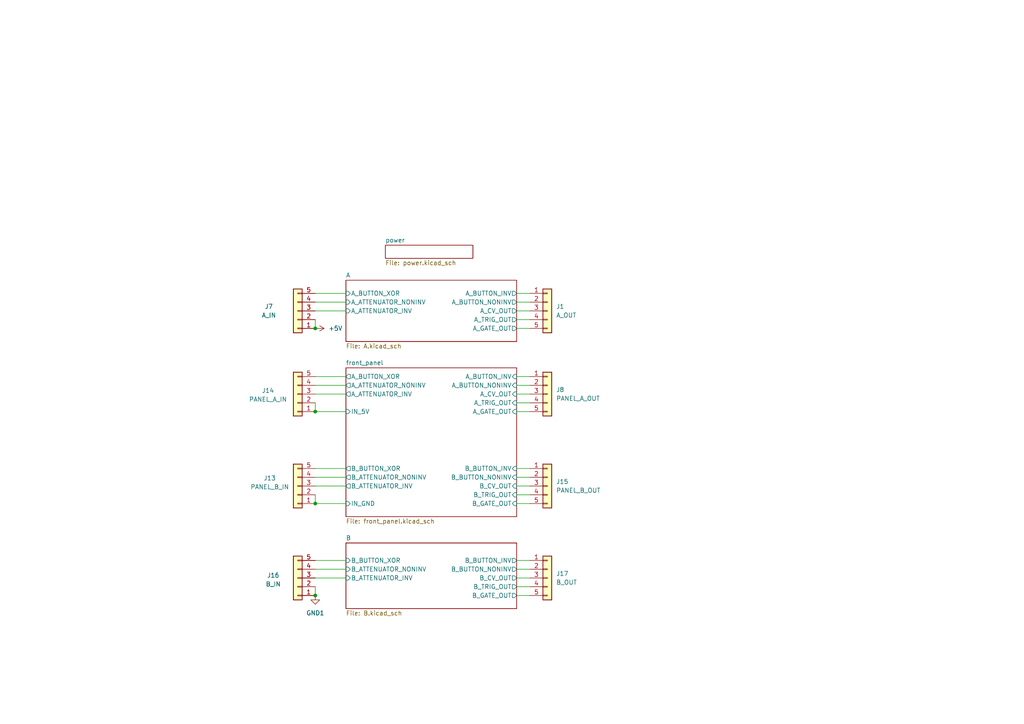
<source format=kicad_sch>
(kicad_sch (version 20231120) (generator "eeschema") (generator_version "8.0")
  (paper "A4")
  (lib_symbols
    (symbol "Connector_Generic:Conn_01x05" (pin_names (offset 1.016) hide)
      (property "Reference" "J" (at 0 7.62 0))
      (property "Value" "Conn_01x05" (at 0 -7.62 0))
      (symbol "Conn_01x05_1_1"
        (rectangle (start -1.27 -4.953) (end 0 -5.207) (stroke (width 0.1524)))
        (rectangle (start -1.27 -2.413) (end 0 -2.667) (stroke (width 0.1524)))
        (rectangle (start -1.27 0.127) (end 0 -0.127) (stroke (width 0.1524)))
        (rectangle (start -1.27 2.667) (end 0 2.413) (stroke (width 0.1524)))
        (rectangle (start -1.27 5.207) (end 0 4.953) (stroke (width 0.1524)))
        (rectangle (start -1.27 6.35) (end 1.27 -6.35) (stroke (width 0.254)) (fill (type background)))
        (pin passive line (at -5.08 5.08 0) (length 3.81) (name "Pin_1") (number "1"))
        (pin passive line (at -5.08 2.54 0) (length 3.81) (name "Pin_2") (number "2"))
        (pin passive line (at -5.08 0 0) (length 3.81) (name "Pin_3") (number "3"))
        (pin passive line (at -5.08 -2.54 0) (length 3.81) (name "Pin_4") (number "4"))
        (pin passive line (at -5.08 -5.08 0) (length 3.81) (name "Pin_5") (number "5"))
      )
    )
    (symbol "power:+5V" (power) (pin_numbers hide) (pin_names (offset 0) hide)
      (property "Value" "+5V" (at 0 3.556 0))
      (symbol "+5V_0_1"
        (polyline (pts (xy -0.762 1.27) (xy 0 2.54)))
        (polyline (pts (xy 0 0) (xy 0 2.54)))
        (polyline (pts (xy 0 2.54) (xy 0.762 1.27)))
      )
      (symbol "+5V_1_1"
        (pin power_in line (at 0 0 90) (length 0) (name "~") (number "1"))
      )
    )
    (symbol "power:GND1" (power) (pin_numbers hide) (pin_names (offset 0) hide)
      (property "Value" "GND1" (at 0 -3.81 0))
      (symbol "GND1_0_1"
        (polyline (pts (xy 0 0) (xy 0 -1.27) (xy 1.27 -1.27) (xy 0 -2.54) (xy -1.27 -1.27) (xy 0 -1.27)))
      )
      (symbol "GND1_1_1"
        (pin power_in line (at 0 0 270) (length 0) (name "~") (number "1"))
      )
    )
  )
  (junction (at 91.44 119.38))
  (junction (at 91.44 172.72))
  (junction (at 91.44 95.25))
  (junction (at 91.44 146.05))
  (wire (pts (xy 91.44 167.64) (xy 100.33 167.64)))
  (wire (pts (xy 149.86 167.64) (xy 153.67 167.64)))
  (wire (pts (xy 149.86 165.1) (xy 153.67 165.1)))
  (wire (pts (xy 91.44 114.3) (xy 100.33 114.3)))
  (wire (pts (xy 149.86 143.51) (xy 153.67 143.51)))
  (wire (pts (xy 149.86 114.3) (xy 153.67 114.3)))
  (wire (pts (xy 91.44 135.89) (xy 100.33 135.89)))
  (wire (pts (xy 149.86 95.25) (xy 153.67 95.25)))
  (wire (pts (xy 91.44 143.51) (xy 91.44 146.05)))
  (wire (pts (xy 91.44 116.84) (xy 91.44 119.38)))
  (wire (pts (xy 91.44 90.17) (xy 100.33 90.17)))
  (wire (pts (xy 149.86 92.71) (xy 153.67 92.71)))
  (wire (pts (xy 91.44 92.71) (xy 91.44 95.25)))
  (wire (pts (xy 149.86 162.56) (xy 153.67 162.56)))
  (wire (pts (xy 149.86 109.22) (xy 153.67 109.22)))
  (wire (pts (xy 149.86 172.72) (xy 153.67 172.72)))
  (wire (pts (xy 91.44 138.43) (xy 100.33 138.43)))
  (wire (pts (xy 149.86 138.43) (xy 153.67 138.43)))
  (wire (pts (xy 149.86 135.89) (xy 153.67 135.89)))
  (wire (pts (xy 91.44 111.76) (xy 100.33 111.76)))
  (wire (pts (xy 149.86 90.17) (xy 153.67 90.17)))
  (wire (pts (xy 149.86 146.05) (xy 153.67 146.05)))
  (wire (pts (xy 149.86 140.97) (xy 153.67 140.97)))
  (wire (pts (xy 91.44 87.63) (xy 100.33 87.63)))
  (wire (pts (xy 91.44 109.22) (xy 100.33 109.22)))
  (wire (pts (xy 91.44 165.1) (xy 100.33 165.1)))
  (wire (pts (xy 91.44 119.38) (xy 100.33 119.38)))
  (wire (pts (xy 149.86 119.38) (xy 153.67 119.38)))
  (wire (pts (xy 149.86 111.76) (xy 153.67 111.76)))
  (wire (pts (xy 149.86 116.84) (xy 153.67 116.84)))
  (wire (pts (xy 91.44 146.05) (xy 100.33 146.05)))
  (wire (pts (xy 91.44 85.09) (xy 100.33 85.09)))
  (wire (pts (xy 91.44 162.56) (xy 100.33 162.56)))
  (wire (pts (xy 91.44 170.18) (xy 91.44 172.72)))
  (wire (pts (xy 149.86 87.63) (xy 153.67 87.63)))
  (wire (pts (xy 149.86 85.09) (xy 153.67 85.09)))
  (wire (pts (xy 149.86 170.18) (xy 153.67 170.18)))
  (wire (pts (xy 91.44 140.97) (xy 100.33 140.97)))
  (symbol (lib_id "Connector_Generic:Conn_01x05") (at 158.75 167.64 0) (unit 1)
    (property "Reference" "J17" (at 161.29 166.3699 0) (effects (justify left)))
    (property "Value" "B_OUT" (at 161.29 168.9099 0) (effects (justify left)))
    (property "Footprint" "Connector_PinHeader_2.54mm:PinHeader_1x05_P2.54mm_Vertical" (effects (hide yes)))
    (property "Description" "Generic connector, single row, 01x05, script generated (kicad-library-utils/schlib/autogen/connector/)" (effects (hide yes)))
  )
  (symbol (lib_id "Connector_Generic:Conn_01x05") (at 86.36 90.17 180) (unit 1)
    (property "Reference" "J7" (at 77.978 88.9 0))
    (property "Value" "A_IN" (at 77.978 91.44 0))
    (property "Footprint" "Connector_PinHeader_2.54mm:PinHeader_1x05_P2.54mm_Vertical" (effects (hide yes)))
    (property "Description" "Generic connector, single row, 01x05, script generated (kicad-library-utils/schlib/autogen/connector/)" (effects (hide yes)))
  )
  (symbol (lib_id "Connector_Generic:Conn_01x05") (at 86.36 167.64 180) (unit 1)
    (property "Reference" "J16" (at 79.248 166.878 0))
    (property "Value" "B_IN" (at 79.248 169.418 0))
    (property "Footprint" "Connector_PinHeader_2.54mm:PinHeader_1x05_P2.54mm_Vertical" (effects (hide yes)))
    (property "Description" "Generic connector, single row, 01x05, script generated (kicad-library-utils/schlib/autogen/connector/)" (effects (hide yes)))
  )
  (symbol (lib_id "Connector_Generic:Conn_01x05") (at 158.75 90.17 0) (unit 1)
    (property "Reference" "J1" (at 161.29 88.8999 0) (effects (justify left)))
    (property "Value" "A_OUT" (at 161.29 91.4399 0) (effects (justify left)))
    (property "Footprint" "Connector_PinHeader_2.54mm:PinHeader_1x05_P2.54mm_Vertical" (effects (hide yes)))
    (property "Description" "Generic connector, single row, 01x05, script generated (kicad-library-utils/schlib/autogen/connector/)" (effects (hide yes)))
  )
  (symbol (lib_id "Connector_Generic:Conn_01x05") (at 158.75 114.3 0) (unit 1)
    (property "Reference" "J8" (at 161.29 113.0299 0) (effects (justify left)))
    (property "Value" "PANEL_A_OUT" (at 161.29 115.5699 0) (effects (justify left)))
    (property "Footprint" "Connector_PinSocket_2.54mm:PinSocket_1x05_P2.54mm_Vertical" (effects (hide yes)))
    (property "Description" "Generic connector, single row, 01x05, script generated (kicad-library-utils/schlib/autogen/connector/)" (effects (hide yes)))
  )
  (symbol (lib_id "Connector_Generic:Conn_01x05") (at 158.75 140.97 0) (unit 1)
    (property "Reference" "J15" (at 161.29 139.6999 0) (effects (justify left)))
    (property "Value" "PANEL_B_OUT" (at 161.29 142.2399 0) (effects (justify left)))
    (property "Footprint" "Connector_PinSocket_2.54mm:PinSocket_1x05_P2.54mm_Vertical" (effects (hide yes)))
    (property "Description" "Generic connector, single row, 01x05, script generated (kicad-library-utils/schlib/autogen/connector/)" (effects (hide yes)))
  )
  (symbol (lib_id "power:+5V") (at 91.44 95.25 270) (unit 1)
    (property "Reference" "#PWR023" (effects (hide yes)))
    (property "Value" "+5V" (at 95.25 95.2499 90) (effects (justify left)))
    (property "Description" "Power symbol creates a global label with name \"+5V\"" (effects (hide yes)))
  )
  (symbol (lib_id "power:GND1") (at 91.44 172.72 0) (unit 1)
    (property "Reference" "#PWR014" (effects (hide yes)))
    (property "Value" "GND1" (at 91.44 177.8 0))
    (property "Description" "Power symbol creates a global label with name \"GND1\" , ground" (effects (hide yes)))
  )
  (symbol (lib_id "Connector_Generic:Conn_01x05") (at 86.36 140.97 180) (unit 1)
    (property "Reference" "J13" (at 78.232 138.684 0))
    (property "Value" "PANEL_B_IN" (at 78.232 141.224 0))
    (property "Footprint" "Connector_PinSocket_2.54mm:PinSocket_1x05_P2.54mm_Vertical" (effects (hide yes)))
    (property "Description" "Generic connector, single row, 01x05, script generated (kicad-library-utils/schlib/autogen/connector/)" (effects (hide yes)))
  )
  (symbol (lib_id "Connector_Generic:Conn_01x05") (at 86.36 114.3 180) (unit 1)
    (property "Reference" "J14" (at 77.724 113.284 0))
    (property "Value" "PANEL_A_IN" (at 77.724 115.824 0))
    (property "Footprint" "Connector_PinSocket_2.54mm:PinSocket_1x05_P2.54mm_Vertical" (effects (hide yes)))
    (property "Description" "Generic connector, single row, 01x05, script generated (kicad-library-utils/schlib/autogen/connector/)" (effects (hide yes)))
  )
  (sheet (at 100.33 157.48) (size 49.53 19.05) (stroke (width 0.1524))
    (property "Sheetname" "B" (at 100.33 156.7684 0) (effects (justify left bottom)))
    (property "Sheetfile" "B.kicad_sch" (at 100.33 177.1146 0) (effects (justify left top)))
    (pin "B_BUTTON_NONINV" output (at 149.86 165.1 0))
    (pin "B_BUTTON_INV" output (at 149.86 162.56 0))
    (pin "B_ATTENUATOR_INV" input (at 100.33 167.64 180))
    (pin "B_ATTENUATOR_NONINV" input (at 100.33 165.1 180))
    (pin "B_BUTTON_XOR" input (at 100.33 162.56 180))
    (pin "B_GATE_OUT" output (at 149.86 172.72 0))
    (pin "B_CV_OUT" output (at 149.86 167.64 0))
    (pin "B_TRIG_OUT" output (at 149.86 170.18 0))
  )
  (sheet (at 111.76 71.12) (size 25.4 3.81) (stroke (width 0.1524))
    (property "Sheetname" "power" (at 111.76 70.4084 0) (effects (justify left bottom)))
    (property "Sheetfile" "power.kicad_sch" (at 111.76 75.5146 0) (effects (justify left top)))
  )
  (sheet (at 100.33 81.28) (size 49.53 17.78) (stroke (width 0.1524))
    (property "Sheetname" "A" (at 100.33 80.5684 0) (effects (justify left bottom)))
    (property "Sheetfile" "A.kicad_sch" (at 100.33 99.6446 0) (effects (justify left top)))
    (pin "A_BUTTON_INV" output (at 149.86 85.09 0))
    (pin "A_BUTTON_NONINV" output (at 149.86 87.63 0))
    (pin "A_BUTTON_XOR" input (at 100.33 85.09 180))
    (pin "A_ATTENUATOR_NONINV" input (at 100.33 87.63 180))
    (pin "A_ATTENUATOR_INV" input (at 100.33 90.17 180))
    (pin "A_CV_OUT" output (at 149.86 90.17 0))
    (pin "A_TRIG_OUT" output (at 149.86 92.71 0))
    (pin "A_GATE_OUT" output (at 149.86 95.25 0))
  )
  (sheet (at 100.33 106.68) (size 49.53 43.18) (stroke (width 0.1524))
    (property "Sheetname" "front_panel" (at 100.33 105.9684 0) (effects (justify left bottom)))
    (property "Sheetfile" "front_panel.kicad_sch" (at 100.33 150.4446 0) (effects (justify left top)))
    (pin "A_TRIG_OUT" input (at 149.86 116.84 0))
    (pin "A_GATE_OUT" input (at 149.86 119.38 0))
    (pin "A_CV_OUT" input (at 149.86 114.3 0))
    (pin "IN_5V" input (at 100.33 119.38 180))
    (pin "A_BUTTON_INV" input (at 149.86 109.22 0))
    (pin "A_ATTENUATOR_INV" output (at 100.33 114.3 180))
    (pin "A_ATTENUATOR_NONINV" output (at 100.33 111.76 180))
    (pin "A_BUTTON_NONINV" input (at 149.86 111.76 0))
    (pin "IN_GND" input (at 100.33 146.05 180))
    (pin "A_BUTTON_XOR" output (at 100.33 109.22 180))
    (pin "B_GATE_OUT" input (at 149.86 146.05 0))
    (pin "B_CV_OUT" input (at 149.86 140.97 0))
    (pin "B_TRIG_OUT" input (at 149.86 143.51 0))
    (pin "B_BUTTON_INV" input (at 149.86 135.89 0))
    (pin "B_BUTTON_NONINV" input (at 149.86 138.43 0))
    (pin "B_ATTENUATOR_NONINV" output (at 100.33 138.43 180))
    (pin "B_ATTENUATOR_INV" output (at 100.33 140.97 180))
    (pin "B_BUTTON_XOR" output (at 100.33 135.89 180))
  )
)
</source>
